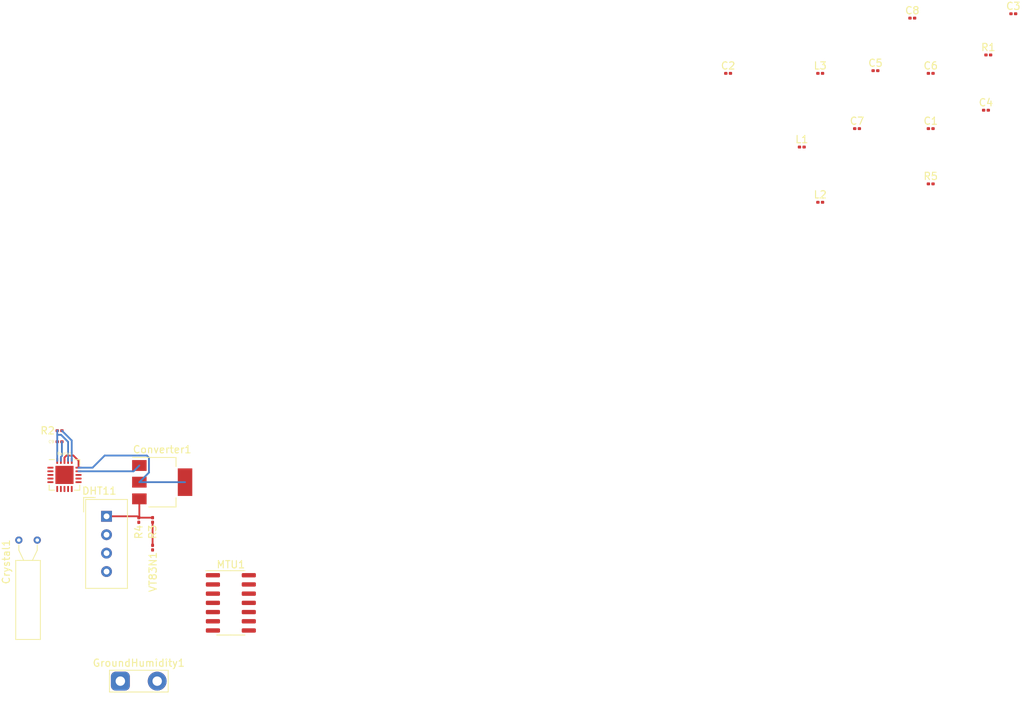
<source format=kicad_pcb>
(kicad_pcb (version 20211014) (generator pcbnew)
  (layers (0 "F.Cu" signal) (31 "B.Cu" signal) (34 "B.Paste" user) (35 "F.Paste" user) (36 "B.SilkS" user "B.Silkscreen") (37 "F.SilkS" user "F.Silkscreen") (38 "B.Mask" user) (39 "F.Mask" user) (44 "Edge.Cuts" user))
  (net 0 "")
  (net 1 "Net-(GroundHumidity1-Pad1)")
  (net 2 "+5V")
  (net 3 "Net-(DHT11-Pad2)")
  (net 5 "GND")
  (net 6 "Net-(C5-Pad1)")
  (net 7 "Net-(C6-Pad1)")
  (net 8 "Net-(R2-Pad1)")
  (net 9 "Net-(MTU1-Pad12)")
  (net 10 "Net-(C7-Pad1)")
  (net 15 "Net-(MTU1-Pad7)")
  (net 16 "Net-(MTU1-Pad8)")
  (net 17 "Net-(MTU1-Pad9)")
  (net 18 "Net-(MTU1-Pad10)")
  (net 19 "Net-(MTU1-Pad11)")
  (net 21 "Net-(C1-Pad2)")
  (net 22 "Net-(L1-Pad1)")
  (net 23 "Net-(L2-Pad1)")
  (net 24 "Net-(C9-Pad1)")
  (net 25 "Net-(C2-Pad1)")
  (net 26 "50 Ohm RFI{slash}O")
  (footprint "Crystal:Crystal_AT310_D3.0mm_L10.0mm_Horizontal" (layer "F.Cu") (at 140.94 92.31)
    (fp_text reference "Crystal1" (at -1.75 3 90) (layer "F.SilkS"))
    (fp_text value "16MHz")
    (fp_line (start 1.87 2.8) (end 2.54 1.4) (layer "F.SilkS") (width 0.12))
    (fp_line (start -0.43 2.8) (end -0.43 13.7) (layer "F.SilkS") (width 0.12))
    (fp_line (start 2.97 13.7) (end 2.97 2.8) (layer "F.SilkS") (width 0.12))
    (fp_line (start 2.97 2.8) (end -0.43 2.8) (layer "F.SilkS") (width 0.12))
    (fp_line (start 0 1.4) (end 0 0.7) (layer "F.SilkS") (width 0.12))
    (fp_line (start 2.54 1.4) (end 2.54 0.7) (layer "F.SilkS") (width 0.12))
    (fp_line (start 0.67 2.8) (end 0 1.4) (layer "F.SilkS") (width 0.12))
    (fp_line (start -0.43 13.7) (end 2.97 13.7) (layer "F.SilkS") (width 0.12))
    (pad "1" thru_hole circle (at 0 0) (size 1 1) (drill 0.5) (layers *.Cu *.Mask) (net 7 "Net-(C6-Pad1)"))
    (pad "2" thru_hole circle (at 2.54 0) (size 1 1) (drill 0.5) (layers *.Cu *.Mask) (net 6 "Net-(C5-Pad1)"))
  )
  (footprint "Inductor_SMD:L_0201_0603Metric" (layer "F.Cu") (at 251.46 45.72)
    (fp_text reference "L2" (at 0 -1.05) (layer "F.SilkS"))
    (fp_text value "3.9nH")
    (pad "1" smd roundrect (at -0.32 0) (size 0.46 0.4) (layers "F.Cu" "F.Mask") (net 23 "Net-(L2-Pad1)"))
    (pad "2" smd roundrect (at 0.32 0) (size 0.46 0.4) (layers "F.Cu" "F.Mask") (net 25 "Net-(C2-Pad1)"))
  )
  (footprint "Package_TO_SOT_SMD:SOT-223-3_TabPin2" (layer "F.Cu") (at 160.71 84.32)
    (fp_text reference "Converter1" (at 0 -4.5) (layer "F.SilkS"))
    (fp_text value "AMS1117-3.3")
    (fp_line (start 1.91 -3.41) (end 1.91 -2.15) (layer "F.SilkS") (width 0.12))
    (fp_line (start 1.91 3.41) (end 1.91 2.15) (layer "F.SilkS") (width 0.12))
    (fp_line (start -4.1 -3.41) (end 1.91 -3.41) (layer "F.SilkS") (width 0.12))
    (fp_line (start -1.85 3.41) (end 1.91 3.41) (layer "F.SilkS") (width 0.12))
    (pad "1" smd rect (at -3.15 -2.3) (size 2 1.5) (layers "F.Cu" "F.Paste" "F.Mask") (net 5 "GND"))
    (pad "2" smd rect (at 3.15 0) (size 2 3.8) (layers "F.Cu" "F.Paste" "F.Mask") (net 10 "Net-(C7-Pad1)"))
    (pad "2" smd rect (at -3.15 0) (size 2 1.5) (layers "F.Cu" "F.Paste" "F.Mask") (net 10 "Net-(C7-Pad1)"))
    (pad "3" smd rect (at -3.15 2.3) (size 2 1.5) (layers "F.Cu" "F.Paste" "F.Mask") (net 2 "+5V"))
  )
  (footprint "Inductor_SMD:L_0201_0603Metric" (layer "F.Cu") (at 251.46 27.94)
    (fp_text reference "L3" (at 0 -1.05) (layer "F.SilkS"))
    (fp_text value "8.2nH")
    (pad "1" smd roundrect (at -0.32 0) (size 0.46 0.4) (layers "F.Cu" "F.Mask") (net 22 "Net-(L1-Pad1)"))
    (pad "2" smd roundrect (at 0.32 0) (size 0.46 0.4) (layers "F.Cu" "F.Mask") (net 23 "Net-(L2-Pad1)"))
  )
  (footprint "Capacitor_SMD:C_0201_0603Metric" (layer "F.Cu") (at 259.08 27.57)
    (fp_text reference "C5" (at 0 -1.05) (layer "F.SilkS"))
    (fp_text value "22pF")
    (pad "1" smd roundrect (at -0.32 0) (size 0.46 0.4) (layers "F.Cu" "F.Mask") (net 6 "Net-(C5-Pad1)"))
    (pad "2" smd roundrect (at 0.32 0) (size 0.46 0.4) (layers "F.Cu" "F.Mask") (net 5 "GND"))
  )
  (footprint "TestPoint:TestPoint_2Pads_Pitch5.08mm_Drill1.3mm" (layer "F.Cu") (at 154.94 111.76)
    (fp_text reference "GroundHumidity1" (at 2.54 -2.5) (layer "F.SilkS"))
    (fp_text value "GroundHumidity")
    (fp_line (start 6.6 1.5) (end -1.5 1.5) (layer "F.SilkS") (width 0.12))
    (fp_line (start -1.5 -1.5) (end 6.6 -1.5) (layer "F.SilkS") (width 0.12))
    (fp_line (start 6.6 1.5) (end 6.6 -1.5) (layer "F.SilkS") (width 0.12))
    (fp_line (start -1.5 -1.5) (end -1.5 1.5) (layer "F.SilkS") (width 0.12))
    (pad "1" thru_hole roundrect (at 0 0) (size 2.6 2.6) (drill 1.3) (layers *.Cu *.Mask) (net 1 "Net-(GroundHumidity1-Pad1)"))
    (pad "2" thru_hole circle (at 5.08 0) (size 2.6 2.6) (drill 1.3) (layers *.Cu *.Mask) (net 2 "+5V"))
  )
  (footprint "Capacitor_SMD:C_0201_0603Metric" (layer "F.Cu") (at 256.54 35.56)
    (fp_text reference "C7" (at 0 -1.05) (layer "F.SilkS"))
    (fp_text value "1nF")
    (pad "1" smd roundrect (at -0.32 0) (size 0.46 0.4) (layers "F.Cu" "F.Mask") (net 10 "Net-(C7-Pad1)"))
    (pad "2" smd roundrect (at 0.32 0) (size 0.46 0.4) (layers "F.Cu" "F.Mask") (net 5 "GND"))
  )
  (footprint "Resistor_SMD:R_0201_0603Metric" (layer "F.Cu") (at 146.558 77.216 180)
    (fp_text reference "R2" (at 1.651 0) (layer "F.SilkS"))
    (fp_text value "22k")
    (pad "1" smd roundrect (at -0.32 0 180) (size 0.46 0.4) (layers "F.Cu" "F.Mask") (net 8 "Net-(R2-Pad1)"))
    (pad "2" smd roundrect (at 0.32 0 180) (size 0.46 0.4) (layers "F.Cu" "F.Mask") (net 5 "GND"))
  )
  (footprint "Inductor_SMD:L_0201_0603Metric" (layer "F.Cu") (at 248.92 38.1)
    (fp_text reference "L1" (at 0 -1.05) (layer "F.SilkS"))
    (fp_text value "2.7nH")
    (pad "1" smd roundrect (at -0.32 0) (size 0.46 0.4) (layers "F.Cu" "F.Mask") (net 22 "Net-(L1-Pad1)"))
    (pad "2" smd roundrect (at 0.32 0) (size 0.46 0.4) (layers "F.Cu" "F.Mask") (net 21 "Net-(C1-Pad2)"))
  )
  (footprint "Sensor:Aosong_DHT11_5.5x12.0_P2.54mm" (layer "F.Cu") (at 153.035 89.027)
    (fp_text reference "DHT11" (at -1 -3.5) (layer "F.SilkS"))
    (fp_text value "DHT11")
    (fp_line (start 2.88 -2.32) (end 2.88 9.94) (layer "F.SilkS") (width 0.12))
    (fp_line (start -2.87 -2.32) (end 2.87 -2.32) (layer "F.SilkS") (width 0.12))
    (fp_line (start -3.16 -2.6) (end -1.55 -2.6) (layer "F.SilkS") (width 0.12))
    (fp_line (start -3.16 -2.6) (end -3.16 -0.6) (layer "F.SilkS") (width 0.12))
    (fp_line (start 2.88 9.94) (end -2.88 9.94) (layer "F.SilkS") (width 0.12))
    (fp_line (start -2.88 9.94) (end -2.88 -2.31) (layer "F.SilkS") (width 0.12))
    (pad "1" thru_hole rect (at 0 0) (size 1.5 1.5) (drill 0.8) (layers *.Cu *.Mask) (net 2 "+5V"))
    (pad "2" thru_hole circle (at 0 2.54) (size 1.5 1.5) (drill 0.8) (layers *.Cu *.Mask) (net 3 "Net-(DHT11-Pad2)"))
    (pad "3" thru_hole circle (at 0 5.08) (size 1.5 1.5) (drill 0.8) (layers *.Cu *.Mask))
    (pad "4" thru_hole circle (at 0 7.62) (size 1.5 1.5) (drill 0.8) (layers *.Cu *.Mask) (net 5 "GND"))
  )
  (footprint "Capacitor_SMD:C_0201_0603Metric" (layer "F.Cu") (at 238.76 27.94)
    (fp_text reference "C2" (at 0 -1.05) (layer "F.SilkS"))
    (fp_text value "1.5pF")
    (pad "1" smd roundrect (at -0.32 0) (size 0.46 0.4) (layers "F.Cu" "F.Mask") (net 25 "Net-(C2-Pad1)"))
    (pad "2" smd roundrect (at 0.32 0) (size 0.46 0.4) (layers "F.Cu" "F.Mask") (net 26 "50 Ohm RFI{slash}O"))
  )
  (footprint "Capacitor_SMD:C_0201_0603Metric" (layer "F.Cu") (at 264.16 20.32)
    (fp_text reference "C8" (at 0 -1.05) (layer "F.SilkS"))
    (fp_text value "10nF")
    (pad "1" smd roundrect (at -0.32 0) (size 0.46 0.4) (layers "F.Cu" "F.Mask") (net 10 "Net-(C7-Pad1)"))
    (pad "2" smd roundrect (at 0.32 0) (size 0.46 0.4) (layers "F.Cu" "F.Mask") (net 5 "GND"))
  )
  (footprint "Package_SO:SOIC-14_3.9x8.7mm_P1.27mm" (layer "F.Cu") (at 170.18 100.965)
    (fp_text reference "MTU1" (at 0 -5.28) (layer "F.SilkS"))
    (fp_text value "ATtiny24A-SS")
    (fp_line (start 0 4.435) (end -1.95 4.435) (layer "F.SilkS") (width 0.12))
    (fp_line (start 0 -4.435) (end 1.95 -4.435) (layer "F.SilkS") (width 0.12))
    (fp_line (start 0 -4.435) (end -3.45 -4.435) (layer "F.SilkS") (width 0.12))
    (fp_line (start 0 4.435) (end 1.95 4.435) (layer "F.SilkS") (width 0.12))
    (pad "1" smd roundrect (at -2.475 -3.81) (size 1.95 0.6) (layers "F.Cu" "F.Paste" "F.Mask") (net 2 "+5V"))
    (pad "2" smd roundrect (at -2.475 -2.54) (size 1.95 0.6) (layers "F.Cu" "F.Paste" "F.Mask"))
    (pad "3" smd roundrect (at -2.475 -1.27) (size 1.95 0.6) (layers "F.Cu" "F.Paste" "F.Mask"))
    (pad "4" smd roundrect (at -2.475 0) (size 1.95 0.6) (layers "F.Cu" "F.Paste" "F.Mask"))
    (pad "5" smd roundrect (at -2.475 1.27) (size 1.95 0.6) (layers "F.Cu" "F.Paste" "F.Mask"))
    (pad "6" smd roundrect (at -2.475 2.54) (size 1.95 0.6) (layers "F.Cu" "F.Paste" "F.Mask") (net 1 "Net-(GroundHumidity1-Pad1)"))
    (pad "7" smd roundrect (at -2.475 3.81) (size 1.95 0.6) (layers "F.Cu" "F.Paste" "F.Mask") (net 15 "Net-(MTU1-Pad7)"))
    (pad "8" smd roundrect (at 2.475 3.81) (size 1.95 0.6) (layers "F.Cu" "F.Paste" "F.Mask") (net 16 "Net-(MTU1-Pad8)"))
    (pad "9" smd roundrect (at 2.475 2.54) (size 1.95 0.6) (layers "F.Cu" "F.Paste" "F.Mask") (net 17 "Net-(MTU1-Pad9)"))
    (pad "10" smd roundrect (at 2.475 1.27) (size 1.95 0.6) (layers "F.Cu" "F.Paste" "F.Mask") (net 18 "Net-(MTU1-Pad10)"))
    (pad "11" smd roundrect (at 2.475 0) (size 1.95 0.6) (layers "F.Cu" "F.Paste" "F.Mask") (net 19 "Net-(MTU1-Pad11)"))
    (pad "12" smd roundrect (at 2.475 -1.27) (size 1.95 0.6) (layers "F.Cu" "F.Paste" "F.Mask") (net 9 "Net-(MTU1-Pad12)"))
    (pad "13" smd roundrect (at 2.475 -2.54) (size 1.95 0.6) (layers "F.Cu" "F.Paste" "F.Mask") (net 3 "Net-(DHT11-Pad2)"))
    (pad "14" smd roundrect (at 2.475 -3.81) (size 1.95 0.6) (layers "F.Cu" "F.Paste" "F.Mask") (net 5 "GND"))
  )
  (footprint "Capacitor_SMD:C_0201_0603Metric" (layer "F.Cu") (at 274.32 33.02)
    (fp_text reference "C4" (at 0 -1.05) (layer "F.SilkS"))
    (fp_text value "2.2nF")
    (pad "1" smd roundrect (at -0.32 0) (size 0.46 0.4) (layers "F.Cu" "F.Mask") (net 5 "GND"))
    (pad "2" smd roundrect (at 0.32 0) (size 0.46 0.4) (layers "F.Cu" "F.Mask") (net 21 "Net-(C1-Pad2)"))
  )
  (footprint "Package_DFN_QFN:QFN-20-1EP_4x4mm_P0.5mm_EP2.5x2.5mm" (layer "F.Cu") (at 147.233551 83.319756)
    (fp_text reference "Radio1" (at 0 -2.928756) (layer "F.SilkS") (effects (font (size 0.4 0.4) (thickness 0.05))))
    (fp_text value "NRF24L01")
    (fp_line (start -1.385 -2.11) (end -2.11 -2.11) (layer "F.SilkS") (width 0.12))
    (fp_line (start 1.385 2.11) (end 2.11 2.11) (layer "F.SilkS") (width 0.12))
    (fp_line (start -2.11 2.11) (end -2.11 1.385) (layer "F.SilkS") (width 0.12))
    (fp_line (start -1.385 2.11) (end -2.11 2.11) (layer "F.SilkS") (width 0.12))
    (fp_line (start 2.11 -2.11) (end 2.11 -1.385) (layer "F.SilkS") (width 0.12))
    (fp_line (start 2.11 2.11) (end 2.11 1.385) (layer "F.SilkS") (width 0.12))
    (fp_line (start 1.385 -2.11) (end 2.11 -2.11) (layer "F.SilkS") (width 0.12))
    (pad "1" smd roundrect (at -1.9375 -1) (size 0.825 0.25) (layers "F.Cu" "F.Paste" "F.Mask") (net 19 "Net-(MTU1-Pad11)"))
    (pad "2" smd roundrect (at -1.9375 -0.5) (size 0.825 0.25) (layers "F.Cu" "F.Paste" "F.Mask") (net 18 "Net-(MTU1-Pad10)"))
    (pad "3" smd roundrect (at -1.9375 0) (size 0.825 0.25) (layers "F.Cu" "F.Paste" "F.Mask") (net 17 "Net-(MTU1-Pad9)"))
    (pad "4" smd roundrect (at -1.9375 0.5) (size 0.825 0.25) (layers "F.Cu" "F.Paste" "F.Mask") (net 15 "Net-(MTU1-Pad7)"))
    (pad "5" smd roundrect (at -1.9375 1) (size 0.825 0.25) (layers "F.Cu" "F.Paste" "F.Mask") (net 16 "Net-(MTU1-Pad8)"))
    (pad "6" smd roundrect (at -1 1.9375) (size 0.25 0.825) (layers "F.Cu" "F.Paste" "F.Mask"))
    (pad "7" smd roundrect (at -0.5 1.9375) (size 0.25 0.825) (layers "F.Cu" "F.Paste" "F.Mask") (net 10 "Net-(C7-Pad1)"))
    (pad "8" smd roundrect (at 0 1.9375) (size 0.25 0.825) (layers "F.Cu" "F.Paste" "F.Mask") (net 5 "GND"))
    (pad "9" smd roundrect (at 0.5 1.9375) (size 0.25 0.825) (layers "F.Cu" "F.Paste" "F.Mask") (net 7 "Net-(C6-Pad1)"))
    (pad "10" smd roundrect (at 1 1.9375) (size 0.25 0.825) (layers "F.Cu" "F.Paste" "F.Mask") (net 6 "Net-(C5-Pad1)"))
    (pad "11" smd roundrect (at 1.9375 1) (size 0.825 0.25) (layers "F.Cu" "F.Paste" "F.Mask") (net 21 "Net-(C1-Pad2)"))
    (pad "12" smd roundrect (at 1.9375 0.5) (size 0.825 0.25) (layers "F.Cu" "F.Paste" "F.Mask") (net 22 "Net-(L1-Pad1)"))
    (pad "13" smd roundrect (at 1.9375 0) (size 0.825 0.25) (layers "F.Cu" "F.Paste" "F.Mask") (net 23 "Net-(L2-Pad1)"))
    (pad "14" smd roundrect (at 1.9375 -0.5) (size 0.825 0.25) (layers "F.Cu" "F.Paste" "F.Mask") (net 5 "GND"))
    (pad "15" smd roundrect (at 1.9375 -1) (size 0.825 0.25) (layers "F.Cu" "F.Paste" "F.Mask") (net 10 "Net-(C7-Pad1)"))
    (pad "16" smd roundrect (at 1 -1.9375) (size 0.25 0.825) (layers "F.Cu" "F.Paste" "F.Mask") (net 8 "Net-(R2-Pad1)"))
    (pad "17" smd roundrect (at 0.5 -1.9375) (size 0.25 0.825) (layers "F.Cu" "F.Paste" "F.Mask") (net 5 "GND"))
    (pad "18" smd roundrect (at 0 -1.9375) (size 0.25 0.825) (layers "F.Cu" "F.Paste" "F.Mask") (net 10 "Net-(C7-Pad1)"))
    (pad "19" smd roundrect (at -0.5 -1.9375) (size 0.25 0.825) (layers "F.Cu" "F.Paste" "F.Mask") (net 24 "Net-(C9-Pad1)"))
    (pad "20" smd roundrect (at -1 -1.9375) (size 0.25 0.825) (layers "F.Cu" "F.Paste" "F.Mask") (net 5 "GND"))
    (pad "21" smd rect (at 0 0) (size 2.5 2.5) (layers "F.Cu" "F.Mask"))
  )
  (footprint "Resistor_SMD:R_0201_0603Metric" (layer "F.Cu") (at 159.385 89.535 90)
    (fp_text reference "R3" (at -1.651 0 90) (layer "F.SilkS"))
    (fp_text value "10k")
    (pad "1" smd roundrect (at -0.32 0 90) (size 0.46 0.4) (layers "F.Cu" "F.Mask") (net 9 "Net-(MTU1-Pad12)"))
    (pad "2" smd roundrect (at 0.32 0 90) (size 0.46 0.4) (layers "F.Cu" "F.Mask") (net 2 "+5V"))
  )
  (footprint "Resistor_SMD:R_0201_0603Metric" (layer "F.Cu") (at 157.48 89.535 -90)
    (fp_text reference "R4" (at 1.651 0 90) (layer "F.SilkS"))
    (fp_text value "10k")
    (pad "1" smd roundrect (at -0.32 0 270) (size 0.46 0.4) (layers "F.Cu" "F.Mask") (net 2 "+5V"))
    (pad "2" smd roundrect (at 0.32 0 270) (size 0.46 0.4) (layers "F.Cu" "F.Mask") (net 3 "Net-(DHT11-Pad2)"))
  )
  (footprint "Capacitor_SMD:C_0201_0603Metric" (layer "F.Cu") (at 266.7 27.94)
    (fp_text reference "C6" (at 0 -1.05) (layer "F.SilkS"))
    (fp_text value "22pF")
    (pad "1" smd roundrect (at -0.32 0) (size 0.46 0.4) (layers "F.Cu" "F.Mask") (net 7 "Net-(C6-Pad1)"))
    (pad "2" smd roundrect (at 0.32 0) (size 0.46 0.4) (layers "F.Cu" "F.Mask") (net 5 "GND"))
  )
  (footprint "Resistor_SMD:R_0201_0603Metric" (layer "F.Cu") (at 159.385 93.345 -90)
    (fp_text reference "VT83N1" (at 3.366269 -0.051775 90) (layer "F.SilkS"))
    (fp_text value "R_Photo")
    (pad "1" smd roundrect (at -0.32 0 270) (size 0.46 0.4) (layers "F.Cu" "F.Mask") (net 9 "Net-(MTU1-Pad12)"))
    (pad "2" smd roundrect (at 0.32 0 270) (size 0.46 0.4) (layers "F.Cu" "F.Mask") (net 5 "GND"))
  )
  (footprint "Capacitor_SMD:C_0201_0603Metric" (layer "F.Cu") (at 146.558 78.74 180)
    (fp_text reference "C9" (at 1.143 0) (layer "F.SilkS") (effects (font (size 0.4 0.4) (thickness 0.05))))
    (fp_text value "33nF")
    (pad "1" smd roundrect (at -0.32 0 180) (size 0.46 0.4) (layers "F.Cu" "F.Mask") (net 24 "Net-(C9-Pad1)"))
    (pad "2" smd roundrect (at 0.32 0 180) (size 0.46 0.4) (layers "F.Cu" "F.Mask") (net 5 "GND"))
  )
  (footprint "Capacitor_SMD:C_0201_0603Metric" (layer "F.Cu") (at 266.7 35.56)
    (fp_text reference "C1" (at 0 -1.05) (layer "F.SilkS"))
    (fp_text value "4.7pF")
    (pad "1" smd roundrect (at -0.32 0) (size 0.46 0.4) (layers "F.Cu" "F.Mask") (net 5 "GND"))
    (pad "2" smd roundrect (at 0.32 0) (size 0.46 0.4) (layers "F.Cu" "F.Mask") (net 21 "Net-(C1-Pad2)"))
  )
  (footprint "Resistor_SMD:R_0201_0603Metric" (layer "F.Cu") (at 266.7 43.18)
    (fp_text reference "R5" (at 0 -1.05) (layer "F.SilkS"))
    (fp_text value "10k")
    (pad "1" smd roundrect (at -0.32 0) (size 0.46 0.4) (layers "F.Cu" "F.Mask") (net 1 "Net-(GroundHumidity1-Pad1)"))
    (pad "2" smd roundrect (at 0.32 0) (size 0.46 0.4) (layers "F.Cu" "F.Mask") (net 5 "GND"))
  )
  (footprint "Capacitor_SMD:C_0201_0603Metric" (layer "F.Cu") (at 278.09 19.72)
    (fp_text reference "C3" (at 0 -1.05) (layer "F.SilkS"))
    (fp_text value "1pF")
    (pad "1" smd roundrect (at -0.32 0) (size 0.46 0.4) (layers "F.Cu" "F.Mask") (net 26 "50 Ohm RFI{slash}O"))
    (pad "2" smd roundrect (at 0.32 0) (size 0.46 0.4) (layers "F.Cu" "F.Mask") (net 5 "GND"))
  )
  (footprint "Resistor_SMD:R_0201_0603Metric" (layer "F.Cu") (at 274.64 25.4)
    (fp_text reference "R1" (at 0 -1.05) (layer "F.SilkS"))
    (fp_text value "1M")
    (pad "1" smd roundrect (at -0.32 0) (size 0.46 0.4) (layers "F.Cu" "F.Mask") (net 6 "Net-(C5-Pad1)"))
    (pad "2" smd roundrect (at 0.32 0) (size 0.46 0.4) (layers "F.Cu" "F.Mask") (net 7 "Net-(C6-Pad1)"))
  )
  (segment (start 157.48 89.215) (end 157.56 89.135) (width 0.25) (layer "F.Cu") (net 2))
  (segment (start 159.385 89.215) (end 157.48 89.215) (width 0.25) (layer "F.Cu") (net 2))
  (segment (start 157.56 89.135) (end 157.56 86.62) (width 0.25) (layer "F.Cu") (net 2))
  (segment (start 157.48 89.215) (end 157.292 89.027) (width 0.25) (layer "F.Cu") (net 2))
  (segment (start 157.292 89.027) (end 153.035 89.027) (width 0.25) (layer "F.Cu") (net 2))
  (segment (start 157.607 86.667) (end 157.56 86.62) (width 0.25) (layer "F.Cu") (net 2))
  (segment (start 156.760244 82.819756) (end 157.56 82.02) (width 0.25) (layer "B.Cu") (net 5))
  (segment (start 147.733551 81.382256) (end 147.733551 78.76451) (width 0.25) (layer "B.Cu") (net 5))
  (segment (start 146.238 77.216) (end 146.238 78.74) (width 0.25) (layer "B.Cu") (net 5))
  (segment (start 146.238 77.216) (end 146.304 77.216) (width 0.25) (layer "B.Cu") (net 5))
  (segment (start 146.759041 77.79) (end 146.238 77.79) (width 0.25) (layer "B.Cu") (net 5))
  (segment (start 149.171051 82.819756) (end 156.760244 82.819756) (width 0.25) (layer "B.Cu") (net 5))
  (segment (start 147.733551 78.76451) (end 146.759041 77.79) (width 0.25) (layer "B.Cu") (net 5))
  (segment (start 146.238 81.377807) (end 146.233551 81.382256) (width 0.25) (layer "B.Cu") (net 5))
  (segment (start 146.238 78.74) (end 146.238 81.377807) (width 0.25) (layer "B.Cu") (net 5))
  (segment (start 146.878 77.216) (end 148.233551 78.571551) (width 0.25) (layer "B.Cu") (net 8))
  (segment (start 148.233551 78.571551) (end 148.233551 81.382256) (width 0.25) (layer "B.Cu") (net 8))
  (segment (start 159.385 89.855) (end 159.385 93.025) (width 0.25) (layer "F.Cu") (net 9))
  (segment (start 147.510543 80.644756) (end 148.456559 80.644756) (width 0.25) (layer "F.Cu") (net 10))
  (segment (start 148.456559 80.644756) (end 149.171051 81.359248) (width 0.25) (layer "F.Cu") (net 10))
  (segment (start 147.233551 81.382256) (end 147.233551 80.921748) (width 0.25) (layer "F.Cu") (net 10))
  (segment (start 147.233551 80.921748) (end 147.510543 80.644756) (width 0.25) (layer "F.Cu") (net 10))
  (segment (start 149.171051 81.359248) (end 149.171051 82.319756) (width 0.25) (layer "F.Cu") (net 10))
  (segment (start 158.885 82.995) (end 158.885 80.945) (width 0.25) (layer "B.Cu") (net 10))
  (segment (start 158.585 80.645) (end 152.781 80.645) (width 0.25) (layer "B.Cu") (net 10))
  (segment (start 152.781 80.645) (end 151.106244 82.319756) (width 0.25) (layer "B.Cu") (net 10))
  (segment (start 157.56 84.32) (end 158.885 82.995) (width 0.25) (layer "B.Cu") (net 10))
  (segment (start 163.86 84.32) (end 157.56 84.32) (width 0.25) (layer "B.Cu") (net 10))
  (segment (start 158.885 80.945) (end 158.585 80.645) (width 0.25) (layer "B.Cu") (net 10))
  (segment (start 151.106244 82.319756) (end 149.171051 82.319756) (width 0.25) (layer "B.Cu") (net 10))
  (segment (start 146.878 80.706) (end 146.733551 80.850449) (width 0.25) (layer "B.Cu") (net 24))
  (segment (start 146.733551 80.850449) (end 146.733551 81.382256) (width 0.25) (layer "B.Cu") (net 24))
  (segment (start 146.878 78.74) (end 146.878 80.706) (width 0.25) (layer "B.Cu") (net 24))
)
</source>
